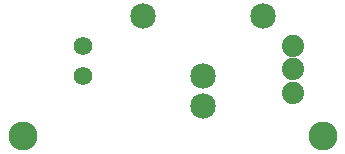
<source format=gts>
G04 MADE WITH FRITZING*
G04 WWW.FRITZING.ORG*
G04 DOUBLE SIDED*
G04 HOLES PLATED*
G04 CONTOUR ON CENTER OF CONTOUR VECTOR*
%ASAXBY*%
%FSLAX23Y23*%
%MOIN*%
%OFA0B0*%
%SFA1.0B1.0*%
%ADD10C,0.085000*%
%ADD11C,0.096614*%
%ADD12C,0.074000*%
%ADD13C,0.061496*%
%ADD14C,0.030000*%
%LNMASK1*%
G90*
G70*
G54D10*
X701Y307D03*
X701Y207D03*
G54D11*
X1101Y107D03*
X101Y107D03*
G54D10*
X501Y507D03*
X901Y507D03*
G54D12*
X1001Y407D03*
X1001Y329D03*
X1001Y250D03*
X1001Y407D03*
X1001Y329D03*
X1001Y250D03*
G54D13*
X301Y307D03*
X301Y407D03*
X301Y307D03*
X301Y407D03*
G54D14*
G36*
X728Y280D02*
X673Y280D01*
X673Y335D01*
X728Y335D01*
X728Y280D01*
G37*
D02*
G04 End of Mask1*
M02*
</source>
